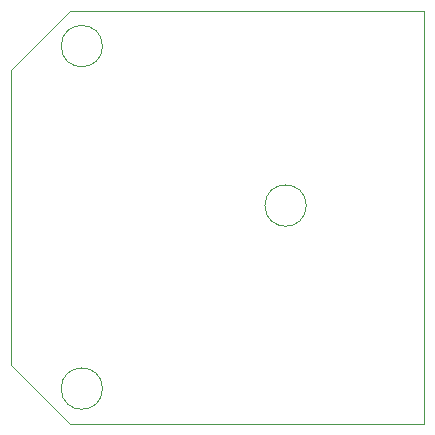
<source format=gbr>
G04 #@! TF.FileFunction,Profile,NP*
%FSLAX46Y46*%
G04 Gerber Fmt 4.6, Leading zero omitted, Abs format (unit mm)*
G04 Created by KiCad (PCBNEW (after 2015-may-01 BZR unknown)-product) date 6/15/2015 7:13:09 PM*
%MOMM*%
G01*
G04 APERTURE LIST*
%ADD10C,0.100000*%
G04 APERTURE END LIST*
D10*
X109000000Y-114500000D02*
G75*
G03X109000000Y-114500000I-1750000J0D01*
G01*
X91750000Y-101000000D02*
G75*
G03X91750000Y-101000000I-1750000J0D01*
G01*
X91750000Y-130000000D02*
G75*
G03X91750000Y-130000000I-1750000J0D01*
G01*
X119000000Y-98000000D02*
X118000000Y-98000000D01*
X119000000Y-133000000D02*
X119000000Y-98000000D01*
X89000000Y-133000000D02*
X119000000Y-133000000D01*
X84000000Y-128000000D02*
X89000000Y-133000000D01*
X84000000Y-103000000D02*
X84000000Y-128000000D01*
X89000000Y-98000000D02*
X84000000Y-103000000D01*
X90000000Y-98000000D02*
X89000000Y-98000000D01*
X118000000Y-98000000D02*
X90000000Y-98000000D01*
M02*

</source>
